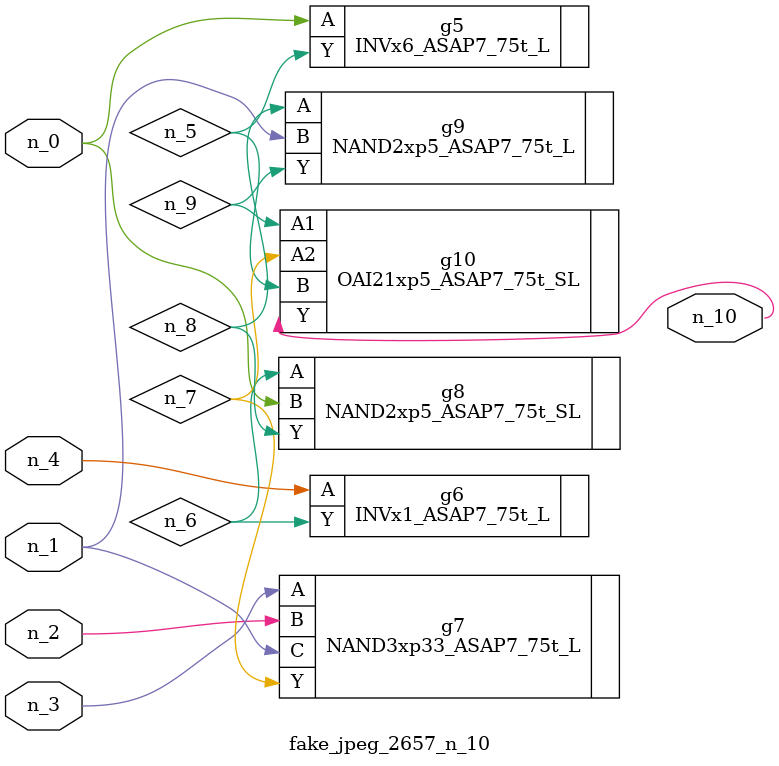
<source format=v>
module fake_jpeg_2657_n_10 (n_3, n_2, n_1, n_0, n_4, n_10);

input n_3;
input n_2;
input n_1;
input n_0;
input n_4;

output n_10;

wire n_8;
wire n_9;
wire n_6;
wire n_5;
wire n_7;

INVx6_ASAP7_75t_L g5 ( 
.A(n_0),
.Y(n_5)
);

INVx1_ASAP7_75t_L g6 ( 
.A(n_4),
.Y(n_6)
);

NAND3xp33_ASAP7_75t_L g7 ( 
.A(n_3),
.B(n_2),
.C(n_1),
.Y(n_7)
);

NAND2xp5_ASAP7_75t_SL g8 ( 
.A(n_6),
.B(n_0),
.Y(n_8)
);

NAND2xp5_ASAP7_75t_L g9 ( 
.A(n_8),
.B(n_1),
.Y(n_9)
);

OAI21xp5_ASAP7_75t_SL g10 ( 
.A1(n_9),
.A2(n_7),
.B(n_5),
.Y(n_10)
);


endmodule
</source>
